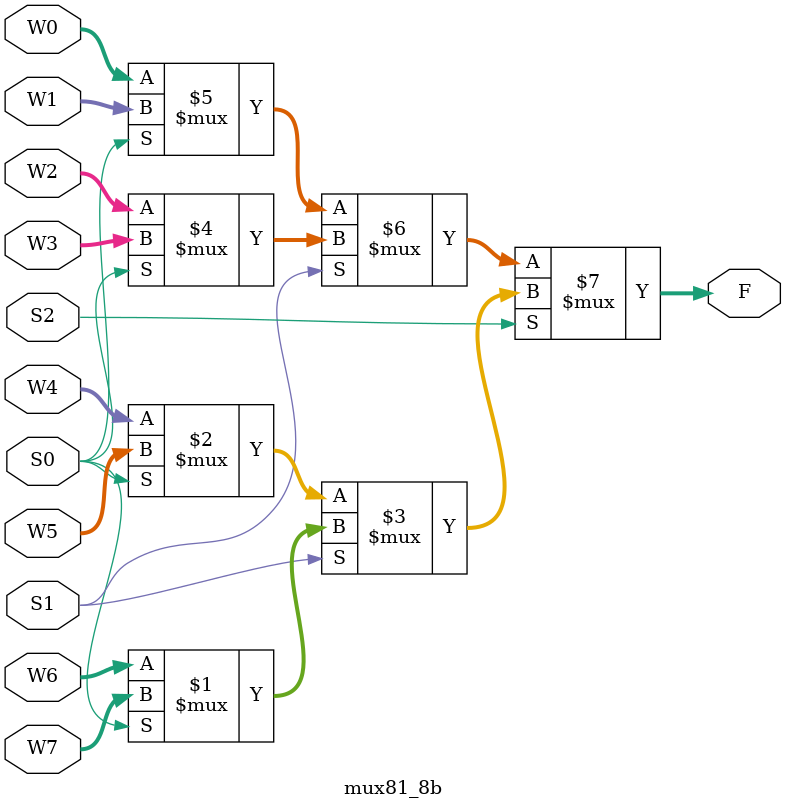
<source format=v>
module mux81_8b (S2,S1,S0,W0,W1,W2,W3,W4,W5,W6,W7,F);
	input [7:0] W0,W1,W2,W3,W4,W5,W6,W7;
	input S2,S1,S0;
	output [7:0] F;
	
	assign F = S2 ? (S1 ? (S0?W7:W6):(S0?W5:W4)):(S1 ? (S0?W3:W2):(S0?W1:W0));
	
endmodule

</source>
